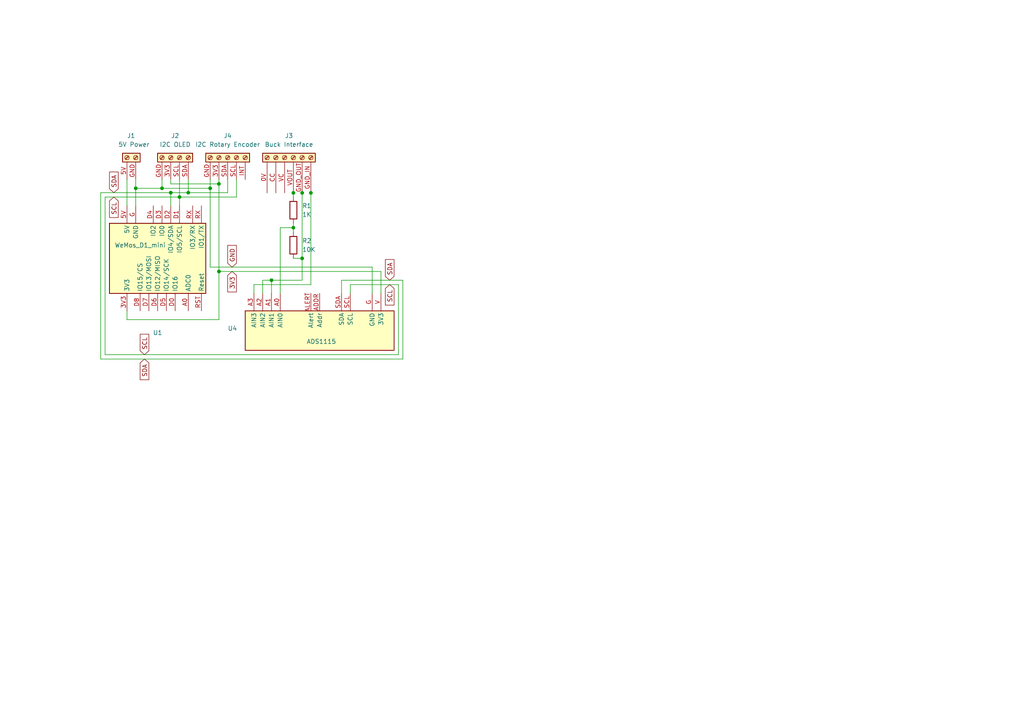
<source format=kicad_sch>
(kicad_sch (version 20230121) (generator eeschema)
  (paper "A4")
  (lib_symbols
    (symbol "Analog_ADC:ADS1115IDGS"
      (property "Reference" "U4" (at -12.7 5.08 0))
      (property "Value" "ADS1115" (at 10.16 1.27 0))
      (symbol "ADS1115IDGS_0_1"
        (rectangle (start -7.62 10.16) (end 35.56 -1.27) (stroke (width 0.254)) (fill (type background)))
      )
      (symbol "ADS1115IDGS_1_1"
        (pin input line (at 2.54 15.24 270) (length 5.08) (name "AIN0") (number "A0"))
        (pin input line (at 0 15.24 270) (length 5.08) (name "AIN1") (number "A1"))
        (pin input line (at -2.54 15.24 270) (length 5.08) (name "AIN2") (number "A2"))
        (pin input line (at -5.08 15.24 270) (length 5.08) (name "AIN3") (number "A3"))
        (pin input line (at 13.97 15.24 270) (length 5.08) (name "Addr") (number "ADDR"))
        (pin bidirectional line (at 11.43 15.24 270) (length 5.08) (name "Alert") (number "ALERT"))
        (pin power_in line (at 29.21 15.24 270) (length 5.08) (name "GND") (number "G"))
        (pin input line (at 22.86 15.24 270) (length 5.08) (name "SCL") (number "SCL"))
        (pin bidirectional line (at 20.32 15.24 270) (length 5.08) (name "SDA") (number "SDA"))
        (pin power_in line (at 31.75 15.24 270) (length 5.08) (name "3V3") (number "V"))
      )
    )
    (symbol "Connector:Screw_Terminal_01x02" (pin_names (offset 1.016) hide)
      (property "Reference" "J1" (at 6.35 0 90))
      (property "Value" "5V Power" (at 3.81 2.54 90))
      (symbol "Screw_Terminal_01x02_1_1"
        (rectangle (start -1.27 1.27) (end 1.27 -3.81) (stroke (width 0.254)) (fill (type background)))
        (circle (center 0 -2.54) (radius 0.635) (stroke (width 0.1524)))
        (polyline (pts (xy -0.5334 -2.2098) (xy 0.3302 -3.048)) (stroke (width 0.1524)))
        (polyline (pts (xy -0.5334 0.3302) (xy 0.3302 -0.508)) (stroke (width 0.1524)))
        (polyline (pts (xy -0.3556 -2.032) (xy 0.508 -2.8702)) (stroke (width 0.1524)))
        (polyline (pts (xy -0.3556 0.508) (xy 0.508 -0.3302)) (stroke (width 0.1524)))
        (circle (center 0 0) (radius 0.635) (stroke (width 0.1524)))
        (pin passive line (at -6.35 0 0) (length 5.08) (name "Pin_1") (number "5V"))
        (pin passive line (at -6.35 -2.54 0) (length 5.08) (name "Pin_2") (number "GND"))
      )
    )
    (symbol "Connector:Screw_Terminal_01x04" (pin_names (offset 1.016) hide)
      (property "Reference" "J2" (at 6.35 -1.27 90))
      (property "Value" "I2C OLED" (at 3.81 -1.27 90))
      (symbol "Screw_Terminal_01x04_1_1"
        (rectangle (start -1.27 3.81) (end 1.27 -6.35) (stroke (width 0.254)) (fill (type background)))
        (circle (center 0 -5.08) (radius 0.635) (stroke (width 0.1524)))
        (circle (center 0 -2.54) (radius 0.635) (stroke (width 0.1524)))
        (polyline (pts (xy -0.5334 -4.7498) (xy 0.3302 -5.588)) (stroke (width 0.1524)))
        (polyline (pts (xy -0.5334 -2.2098) (xy 0.3302 -3.048)) (stroke (width 0.1524)))
        (polyline (pts (xy -0.5334 0.3302) (xy 0.3302 -0.508)) (stroke (width 0.1524)))
        (polyline (pts (xy -0.5334 2.8702) (xy 0.3302 2.032)) (stroke (width 0.1524)))
        (polyline (pts (xy -0.3556 -4.572) (xy 0.508 -5.4102)) (stroke (width 0.1524)))
        (polyline (pts (xy -0.3556 -2.032) (xy 0.508 -2.8702)) (stroke (width 0.1524)))
        (polyline (pts (xy -0.3556 0.508) (xy 0.508 -0.3302)) (stroke (width 0.1524)))
        (polyline (pts (xy -0.3556 3.048) (xy 0.508 2.2098)) (stroke (width 0.1524)))
        (circle (center 0 0) (radius 0.635) (stroke (width 0.1524)))
        (circle (center 0 2.54) (radius 0.635) (stroke (width 0.1524)))
        (pin passive line (at -6.35 0 0) (length 5.08) (name "Pin_2") (number "3V3"))
        (pin passive line (at -6.35 2.54 0) (length 5.08) (name "Pin_1") (number "GND"))
        (pin passive line (at -6.35 -2.54 0) (length 5.08) (name "Pin_3") (number "SCL"))
        (pin passive line (at -6.35 -5.08 0) (length 5.08) (name "Pin_4") (number "SDA"))
      )
    )
    (symbol "Connector:Screw_Terminal_01x05" (pin_names (offset 1.016) hide)
      (property "Reference" "J4" (at 6.35 0 90))
      (property "Value" "I2C Rotary Encoder" (at 3.81 0 90))
      (symbol "Screw_Terminal_01x05_1_1"
        (rectangle (start -1.27 6.35) (end 1.27 -6.35) (stroke (width 0.254)) (fill (type background)))
        (circle (center 0 -5.08) (radius 0.635) (stroke (width 0.1524)))
        (circle (center 0 -2.54) (radius 0.635) (stroke (width 0.1524)))
        (polyline (pts (xy -0.5334 -4.7498) (xy 0.3302 -5.588)) (stroke (width 0.1524)))
        (polyline (pts (xy -0.5334 -2.2098) (xy 0.3302 -3.048)) (stroke (width 0.1524)))
        (polyline (pts (xy -0.5334 0.3302) (xy 0.3302 -0.508)) (stroke (width 0.1524)))
        (polyline (pts (xy -0.5334 2.8702) (xy 0.3302 2.032)) (stroke (width 0.1524)))
        (polyline (pts (xy -0.5334 5.4102) (xy 0.3302 4.572)) (stroke (width 0.1524)))
        (polyline (pts (xy -0.3556 -4.572) (xy 0.508 -5.4102)) (stroke (width 0.1524)))
        (polyline (pts (xy -0.3556 -2.032) (xy 0.508 -2.8702)) (stroke (width 0.1524)))
        (polyline (pts (xy -0.3556 0.508) (xy 0.508 -0.3302)) (stroke (width 0.1524)))
        (polyline (pts (xy -0.3556 3.048) (xy 0.508 2.2098)) (stroke (width 0.1524)))
        (polyline (pts (xy -0.3556 5.588) (xy 0.508 4.7498)) (stroke (width 0.1524)))
        (circle (center 0 0) (radius 0.635) (stroke (width 0.1524)))
        (circle (center 0 2.54) (radius 0.635) (stroke (width 0.1524)))
        (circle (center 0 5.08) (radius 0.635) (stroke (width 0.1524)))
        (pin passive line (at -6.35 2.54 0) (length 5.08) (name "Pin_2") (number "3V3"))
        (pin passive line (at -6.35 5.08 0) (length 5.08) (name "Pin_1") (number "GND"))
        (pin passive line (at -6.35 -5.08 0) (length 5.08) (name "Pin_5") (number "INT"))
        (pin passive line (at -6.35 -2.54 0) (length 5.08) (name "Pin_4") (number "SCL"))
        (pin passive line (at -6.35 0 0) (length 5.08) (name "Pin_3") (number "SDA"))
      )
    )
    (symbol "Connector:Screw_Terminal_01x06" (pin_names (offset 1.016) hide)
      (property "Reference" "J3" (at 6.35 -1.27 90))
      (property "Value" "Buck Interface" (at 3.81 -1.27 90))
      (symbol "Screw_Terminal_01x06_1_1"
        (rectangle (start -1.27 6.35) (end 1.27 -8.89) (stroke (width 0.254)) (fill (type background)))
        (circle (center 0 -7.62) (radius 0.635) (stroke (width 0.1524)))
        (circle (center 0 -5.08) (radius 0.635) (stroke (width 0.1524)))
        (circle (center 0 -2.54) (radius 0.635) (stroke (width 0.1524)))
        (polyline (pts (xy -0.5334 -7.2898) (xy 0.3302 -8.128)) (stroke (width 0.1524)))
        (polyline (pts (xy -0.5334 -4.7498) (xy 0.3302 -5.588)) (stroke (width 0.1524)))
        (polyline (pts (xy -0.5334 -2.2098) (xy 0.3302 -3.048)) (stroke (width 0.1524)))
        (polyline (pts (xy -0.5334 0.3302) (xy 0.3302 -0.508)) (stroke (width 0.1524)))
        (polyline (pts (xy -0.5334 2.8702) (xy 0.3302 2.032)) (stroke (width 0.1524)))
        (polyline (pts (xy -0.5334 5.4102) (xy 0.3302 4.572)) (stroke (width 0.1524)))
        (polyline (pts (xy -0.3556 -7.112) (xy 0.508 -7.9502)) (stroke (width 0.1524)))
        (polyline (pts (xy -0.3556 -4.572) (xy 0.508 -5.4102)) (stroke (width 0.1524)))
        (polyline (pts (xy -0.3556 -2.032) (xy 0.508 -2.8702)) (stroke (width 0.1524)))
        (polyline (pts (xy -0.3556 0.508) (xy 0.508 -0.3302)) (stroke (width 0.1524)))
        (polyline (pts (xy -0.3556 3.048) (xy 0.508 2.2098)) (stroke (width 0.1524)))
        (polyline (pts (xy -0.3556 5.588) (xy 0.508 4.7498)) (stroke (width 0.1524)))
        (circle (center 0 0) (radius 0.635) (stroke (width 0.1524)))
        (circle (center 0 2.54) (radius 0.635) (stroke (width 0.1524)))
        (circle (center 0 5.08) (radius 0.635) (stroke (width 0.1524)))
        (pin input line (at -10.23 5.08 0) (length 8.96) (name "Pin_1") (number "0V"))
        (pin output line (at -10.23 2.54 0) (length 8.96) (name "Pin_2") (number "CC"))
        (pin input line (at -10.23 -7.62 0) (length 8.96) (name "r") (number "GND_IN"))
        (pin input line (at -10.23 -5.08 0) (length 8.96) (name "Pin_5") (number "GND_OUT"))
        (pin output line (at -10.23 0 0) (length 8.96) (name "Pin_3") (number "VC"))
        (pin input line (at -10.23 -2.54 0) (length 8.96) (name "Pin_4") (number "VOUT"))
      )
    )
    (symbol "Device:R" (pin_numbers hide) (pin_names (offset 0))
      (property "Reference" "R" (at 2.032 0 90))
      (property "Value" "R" (at 0 0 90))
      (symbol "R_0_1"
        (rectangle (start -1.016 -2.54) (end 1.016 2.54) (stroke (width 0.254)))
      )
      (symbol "R_1_1"
        (pin passive line (at 0 3.81 270) (length 1.27) (name "~") (number "1"))
        (pin passive line (at 0 -3.81 90) (length 1.27) (name "~") (number "2"))
      )
    )
    (symbol "MCU_Module:WeMos_D1_mini"
      (property "Reference" "U1" (at -19.05 3.81 90))
      (property "Value" "WeMos_D1_mini" (at 6.35 8.89 90))
      (symbol "WeMos_D1_mini_1_1"
        (rectangle (start -7.62 17.78) (end 12.7 -10.16) (stroke (width 0.254)) (fill (type background)))
        (pin power_out line (at -12.7 12.7 0) (length 5.08) (name "3V3") (number "3V3"))
        (pin power_in line (at 17.78 12.7 180) (length 5.08) (name "5V") (number "5V"))
        (pin input line (at -12.7 -5.08 0) (length 5.08) (name "ADC0") (number "A0"))
        (pin bidirectional line (at -12.7 -1.27 0) (length 5.08) (name "IO16") (number "D0"))
        (pin bidirectional line (at 17.78 -2.54 180) (length 5.08) (name "IO5/SCL") (number "D1"))
        (pin bidirectional line (at 17.78 0 180) (length 5.08) (name "IO4/SDA") (number "D2"))
        (pin bidirectional line (at 17.78 2.54 180) (length 5.08) (name "IO0") (number "D3"))
        (pin bidirectional line (at 17.78 5.08 180) (length 5.08) (name "IO2") (number "D4"))
        (pin bidirectional line (at -12.7 1.27 0) (length 5.08) (name "IO14/SCK") (number "D5"))
        (pin bidirectional line (at -12.7 3.81 0) (length 5.08) (name "IO12/MISO") (number "D6"))
        (pin bidirectional line (at -12.7 6.35 0) (length 5.08) (name "IO13/MOSI") (number "D7"))
        (pin bidirectional line (at -12.7 8.89 0) (length 5.08) (name "IO15/CS") (number "D8"))
        (pin power_in line (at 17.78 10.16 180) (length 5.08) (name "GND") (number "G"))
        (pin input line (at -12.7 -8.89 0) (length 5.08) (name "Reset") (number "RST"))
        (pin bidirectional line (at 17.78 -8.89 180) (length 5.08) (name "IO1/TX") (number "RX"))
        (pin bidirectional line (at 17.78 -6.35 180) (length 5.08) (name "IO3/RX") (number "RX"))
      )
    )
  )
  (junction (at 78.74 81.28))
  (junction (at 63.5 78.74))
  (junction (at 46.99 54.61))
  (junction (at 60.96 54.61))
  (junction (at 52.07 57.15))
  (junction (at 87.63 55.95))
  (junction (at 87.63 74.93))
  (junction (at 54.61 55.88))
  (junction (at 85.09 55.95))
  (junction (at 39.37 54.61))
  (junction (at 90.17 55.95))
  (junction (at 63.5 53.34))
  (junction (at 49.53 55.88))
  (junction (at 85.09 66.04))
  (wire (pts (xy 110.49 85.09) (xy 110.49 78.74)))
  (wire (pts (xy 68.58 52.07) (xy 68.58 57.15)))
  (wire (pts (xy 76.2 85.09) (xy 76.2 81.28)))
  (wire (pts (xy 73.66 82.55) (xy 90.17 82.55)))
  (wire (pts (xy 60.96 54.61) (xy 46.99 54.61)))
  (wire (pts (xy 29.21 55.88) (xy 49.53 55.88)))
  (wire (pts (xy 36.83 92.71) (xy 63.5 92.71)))
  (wire (pts (xy 115.57 102.87) (xy 30.48 102.87)))
  (wire (pts (xy 49.53 55.88) (xy 54.61 55.88)))
  (wire (pts (xy 85.09 66.04) (xy 85.09 67.31)))
  (wire (pts (xy 39.37 54.61) (xy 39.37 59.69)))
  (wire (pts (xy 54.61 52.07) (xy 54.61 55.88)))
  (wire (pts (xy 49.53 55.88) (xy 49.53 59.69)))
  (wire (pts (xy 78.74 81.28) (xy 87.63 81.28)))
  (wire (pts (xy 49.53 52.07) (xy 49.53 53.34)))
  (wire (pts (xy 81.28 85.09) (xy 81.28 66.04)))
  (wire (pts (xy 63.5 78.74) (xy 110.49 78.74)))
  (wire (pts (xy 87.63 55.88) (xy 87.63 55.95)))
  (wire (pts (xy 85.09 64.77) (xy 85.09 66.04)))
  (wire (pts (xy 36.83 90.17) (xy 36.83 92.71)))
  (wire (pts (xy 81.28 66.04) (xy 85.09 66.04)))
  (wire (pts (xy 49.53 53.34) (xy 63.5 53.34)))
  (wire (pts (xy 52.07 57.15) (xy 68.58 57.15)))
  (wire (pts (xy 30.48 57.15) (xy 52.07 57.15)))
  (wire (pts (xy 52.07 52.07) (xy 52.07 57.15)))
  (wire (pts (xy 36.83 52.07) (xy 36.83 59.69)))
  (wire (pts (xy 39.37 52.07) (xy 39.37 54.61)))
  (wire (pts (xy 116.84 81.28) (xy 116.84 104.14)))
  (wire (pts (xy 85.09 55.95) (xy 85.09 57.15)))
  (wire (pts (xy 115.57 82.55) (xy 115.57 102.87)))
  (wire (pts (xy 99.06 81.28) (xy 116.84 81.28)))
  (wire (pts (xy 78.74 85.09) (xy 78.74 81.28)))
  (wire (pts (xy 60.96 52.07) (xy 60.96 54.61)))
  (wire (pts (xy 63.5 78.74) (xy 63.5 92.71)))
  (wire (pts (xy 52.07 57.15) (xy 52.07 59.69)))
  (wire (pts (xy 46.99 52.07) (xy 46.99 54.61)))
  (wire (pts (xy 99.06 85.09) (xy 99.06 81.28)))
  (wire (pts (xy 63.5 53.34) (xy 63.5 78.74)))
  (wire (pts (xy 116.84 104.14) (xy 29.21 104.14)))
  (wire (pts (xy 60.96 54.61) (xy 60.96 77.47)))
  (wire (pts (xy 85.09 55.88) (xy 85.09 55.95)))
  (wire (pts (xy 76.2 81.28) (xy 78.74 81.28)))
  (wire (pts (xy 87.63 81.28) (xy 87.63 74.93)))
  (wire (pts (xy 66.04 52.07) (xy 66.04 55.88)))
  (wire (pts (xy 87.63 55.95) (xy 87.63 74.93)))
  (wire (pts (xy 101.6 85.09) (xy 101.6 82.55)))
  (wire (pts (xy 101.6 82.55) (xy 115.57 82.55)))
  (wire (pts (xy 73.66 85.09) (xy 73.66 82.55)))
  (wire (pts (xy 29.21 55.88) (xy 29.21 104.14)))
  (wire (pts (xy 39.37 54.61) (xy 46.99 54.61)))
  (wire (pts (xy 85.09 74.93) (xy 87.63 74.93)))
  (wire (pts (xy 30.48 57.15) (xy 30.48 102.87)))
  (wire (pts (xy 63.5 52.07) (xy 63.5 53.34)))
  (wire (pts (xy 66.04 55.88) (xy 54.61 55.88)))
  (wire (pts (xy 90.17 55.88) (xy 90.17 55.95)))
  (wire (pts (xy 107.95 77.47) (xy 107.95 85.09)))
  (wire (pts (xy 90.17 55.95) (xy 90.17 82.55)))
  (wire (pts (xy 60.96 77.47) (xy 107.95 77.47)))
  (global_label "SCL" (shape input) (at 113.03 82.55 270) (property "Intersheetrefs" "${INTERSHEET_REFS}" (effects hide)))
  (global_label "3V3" (shape input) (at 67.31 78.74 270) (property "Intersheetrefs" "${INTERSHEET_REFS}" (effects hide)))
  (global_label "GND" (shape input) (at 67.31 77.47 90) (property "Intersheetrefs" "${INTERSHEET_REFS}" (effects hide)))
  (global_label "SCL" (shape input) (at 33.02 57.15 270) (property "Intersheetrefs" "${INTERSHEET_REFS}" (effects hide)))
  (global_label "SDA" (shape input) (at 33.02 55.88 90) (property "Intersheetrefs" "${INTERSHEET_REFS}" (effects hide)))
  (global_label "SDA" (shape input) (at 113.03 81.28 90) (property "Intersheetrefs" "${INTERSHEET_REFS}" (effects hide)))
  (global_label "SCL" (shape input) (at 41.91 102.87 90) (property "Intersheetrefs" "${INTERSHEET_REFS}" (effects hide)))
  (global_label "SDA" (shape input) (at 41.91 104.14 270) (property "Intersheetrefs" "${INTERSHEET_REFS}" (effects hide)))
  (symbol (lib_id "Connector:Screw_Terminal_01x02") (at 36.83 45.72 90) (unit 1)
    (property "Reference" "J1" (at 36.83 39.37 90) (effects (justify right)))
    (property "Value" "5V Power" (at 34.29 41.91 90) (effects (justify right)))
  )
  (symbol (lib_id "Analog_ADC:ADS1115IDGS") (at 78.74 100.33 0) (unit 1)
    (property "Reference" "U4" (at 66.04 95.25 0) (effects (justify left)))
    (property "Value" "ADS1115" (at 88.9 99.06 0) (effects (justify left)))
    (property "Footprint" "Package_SO:TSSOP-10_3x3mm_P0.5mm" (effects hide))
    (property "Datasheet" "http://www.ti.com/lit/ds/symlink/ads1113.pdf" (effects hide))
  )
  (symbol (lib_id "Device:R") (at 85.09 60.96 0) (unit 1)
    (property "Reference" "R1" (at 87.63 59.69 0) (effects (justify left)))
    (property "Value" "1K" (at 87.63 62.23 0) (effects (justify left)))
  )
  (symbol (lib_id "Connector:Screw_Terminal_01x06") (at 82.55 45.72 90) (unit 1)
    (property "Reference" "J3" (at 83.82 39.37 90))
    (property "Value" "Buck Interface" (at 83.82 41.91 90))
  )
  (symbol (lib_id "Connector:Screw_Terminal_01x05") (at 66.04 45.72 90) (unit 1)
    (property "Reference" "J4" (at 66.04 39.37 90))
    (property "Value" "I2C Rotary Encoder" (at 66.04 41.91 90))
  )
  (symbol (lib_id "MCU_Module:WeMos_D1_mini") (at 49.53 77.47 90) (unit 1)
    (property "Reference" "U1" (at 45.72 96.52 90))
    (property "Value" "WeMos_D1_mini" (at 40.64 71.12 90))
    (property "Footprint" "Module:WEMOS_D1_mini_light" (effects hide))
    (property "Datasheet" "https://wiki.wemos.cc/products:d1:d1_mini#documentation" (effects hide))
  )
  (symbol (lib_id "Connector:Screw_Terminal_01x04") (at 49.53 45.72 90) (unit 1)
    (property "Reference" "J2" (at 50.8 39.37 90))
    (property "Value" "I2C OLED" (at 50.8 41.91 90))
  )
  (symbol (lib_id "Device:R") (at 85.09 71.12 0) (unit 1)
    (property "Reference" "R2" (at 87.63 69.85 0) (effects (justify left)))
    (property "Value" "10K" (at 87.63 72.39 0) (effects (justify left)))
  )
)
</source>
